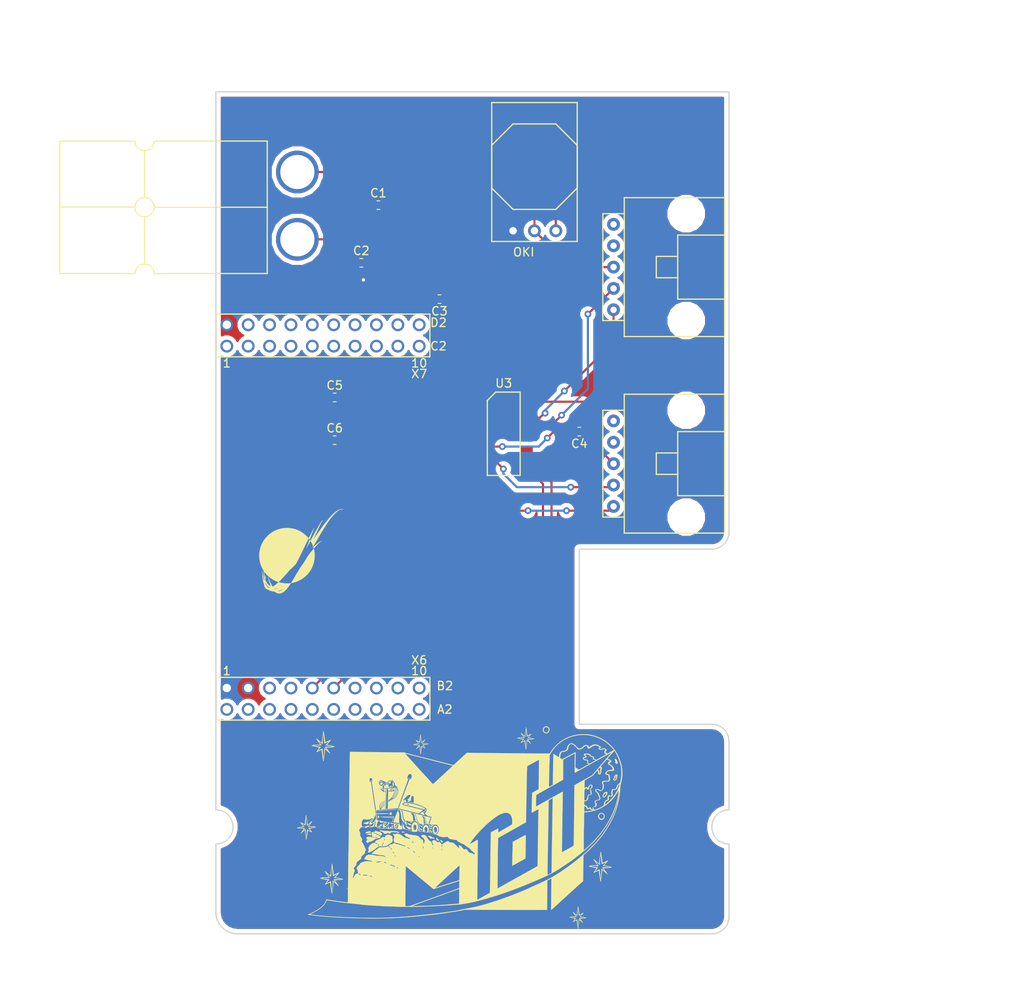
<source format=kicad_pcb>
(kicad_pcb (version 20171130) (host pcbnew "(5.0.0)")
  (layers (0 F.Cu signal) (31 B.Cu signal) (34 B.Paste user) (35 F.Paste user) (36 B.SilkS user) (37 F.SilkS user) (38 B.Mask user) (39 F.Mask user) (44 Edge.Cuts user))
  (net 0 "")
  (net 1 "Net-(C1-Pad2)")
  (net 2 "Net-(C1-Pad1)")
  (net 3 "Net-(Conn2-Pad1)")
  (net 4 "Net-(Conn2-Pad2)")
  (net 5 "Net-(Conn2-Pad4)")
  (net 6 "Net-(Conn2-Pad5)")
  (net 7 "Net-(Conn3-Pad5)")
  (net 8 "Net-(Conn3-Pad4)")
  (net 9 "Net-(Conn3-Pad2)")
  (net 10 "Net-(Conn3-Pad1)")
  (net 11 "Net-(U1-Pad+3V3)")
  (net 12 /Serial4)
  (net 13 "Net-(U1-PadPA4)")
  (net 14 "Net-(U1-PadPK2)")
  (net 15 "Net-(U1-PadPK1)")
  (net 16 "Net-(C2-Pad1)")
  (net 17 "Net-(U1-PadGND)")
  (net 18 "Net-(U1-PadPB4)")
  (net 19 "Net-(U1-PadPB5)")
  (net 20 "Net-(U1-PadPK3)")
  (net 21 "Net-(U1-PadPA5)")
  (net 22 "Net-(C5-Pad1)")
  (net 23 "Net-(C3-Pad2)")
  (net 24 "Net-(C5-Pad2)")
  (net 25 "Net-(C6-Pad1)")
  (net 26 "Net-(C6-Pad2)")
  (net 27 "Net-(C4-Pad2)")
  (net 28 "Net-(U1-PadPC5)")
  (net 29 /Serial6)
  (module MRDT_ICs:SOIC_16_3.9x9.9mm_Pitch1.27mm (layer F.Cu) (at 157.64 82.55)
    (fp_text reference U3 (at 0 -6) (layer F.SilkS))
    (fp_text value MAX_3232)
    (pad 1 smd rect (at -2.7 -4.445) (size 1.5 0.6) (layers F.Cu F.Paste F.Mask) (net 22 "Net-(C5-Pad1)"))
    (pad 2 smd rect (at -2.7 -3.175) (size 1.5 0.6) (layers F.Cu F.Paste F.Mask) (net 23 "Net-(C3-Pad2)"))
    (pad 3 smd rect (at -2.7 -1.905) (size 1.5 0.6) (layers F.Cu F.Paste F.Mask) (net 24 "Net-(C5-Pad2)"))
    (pad 4 smd rect (at -2.7 -0.635) (size 1.5 0.6) (layers F.Cu F.Paste F.Mask) (net 25 "Net-(C6-Pad1)"))
    (pad 5 smd rect (at -2.7 0.635) (size 1.5 0.6) (layers F.Cu F.Paste F.Mask) (net 26 "Net-(C6-Pad2)"))
    (pad 6 smd rect (at -2.7 1.905) (size 1.5 0.6) (layers F.Cu F.Paste F.Mask) (net 27 "Net-(C4-Pad2)"))
    (pad 7 smd rect (at -2.7 3.175) (size 1.5 0.6) (layers F.Cu F.Paste F.Mask) (net 8 "Net-(Conn3-Pad4)"))
    (pad 8 smd rect (at -2.7 4.445) (size 1.5 0.6) (layers F.Cu F.Paste F.Mask) (net 7 "Net-(Conn3-Pad5)"))
    (pad 9 smd rect (at 2.7 4.445) (size 1.5 0.6) (layers F.Cu F.Paste F.Mask) (net 12 /Serial4))
    (pad 10 smd rect (at 2.7 3.175) (size 1.5 0.6) (layers F.Cu F.Paste F.Mask) (net 15 "Net-(U1-PadPK1)"))
    (pad 11 smd rect (at 2.7 1.905) (size 1.5 0.6) (layers F.Cu F.Paste F.Mask) (net 28 "Net-(U1-PadPC5)"))
    (pad 12 smd rect (at 2.7 0.635) (size 1.5 0.6) (layers F.Cu F.Paste F.Mask) (net 29 /Serial6))
    (pad 13 smd rect (at 2.7 -0.635) (size 1.5 0.6) (layers F.Cu F.Paste F.Mask) (net 5 "Net-(Conn2-Pad4)"))
    (pad 14 smd rect (at 2.7 -1.905) (size 1.5 0.6) (layers F.Cu F.Paste F.Mask) (net 6 "Net-(Conn2-Pad5)"))
    (pad 15 smd rect (at 2.7 -3.175) (size 1.5 0.6) (layers F.Cu F.Paste F.Mask) (net 1 "Net-(C1-Pad2)"))
    (pad 16 smd rect (at 2.7 -4.445) (size 1.5 0.6) (layers F.Cu F.Paste F.Mask) (net 16 "Net-(C2-Pad1)"))
  )
  (module MRDT_Connectors:MOLEX_SL_05_Horizontal (layer F.Cu) (at 170.688 86.106 270)
    (fp_text reference Conn3 hide)
    (fp_text value Molex_SL_05)
    (pad "" np_thru_hole circle (at 6.35 -8.636 270) (size 3.45 3.45) (drill 3.45) (layers *.Cu *.Mask))
    (pad "" np_thru_hole circle (at -6.35 -8.636 270) (size 3.45 3.45) (drill 3.45) (layers *.Cu *.Mask))
    (pad 5 thru_hole circle (at 5.08 0 270) (size 1.524 1.524) (drill 0.762) (layers *.Cu *.Mask) (net 7 "Net-(Conn3-Pad5)"))
    (pad 4 thru_hole circle (at 2.54 0 270) (size 1.524 1.524) (drill 0.762) (layers *.Cu *.Mask) (net 8 "Net-(Conn3-Pad4)"))
    (pad 3 thru_hole circle (at 0 0 270) (size 1.524 1.524) (drill 0.762) (layers *.Cu *.Mask) (net 1 "Net-(C1-Pad2)"))
    (pad 2 thru_hole circle (at -2.54 0 270) (size 1.524 1.524) (drill 0.762) (layers *.Cu *.Mask) (net 9 "Net-(Conn3-Pad2)"))
    (pad 1 thru_hole circle (at -5.08 0 270) (size 1.524 1.524) (drill 0.762) (layers *.Cu *.Mask) (net 10 "Net-(Conn3-Pad1)"))
  )
  (module Capacitor_SMD:C_0603_1608Metric_Pad1.05x0.95mm_HandSolder (layer F.Cu) (at 137.555 78.232)
    (fp_text reference C5 (at 0 -1.43) (layer F.SilkS))
    (fp_text value .1uF)
    (pad 1 smd roundrect (at -0.875 0) (size 1.05 0.95) (layers F.Cu F.Paste F.Mask) (net 22 "Net-(C5-Pad1)"))
    (pad 2 smd roundrect (at 0.875 0) (size 1.05 0.95) (layers F.Cu F.Paste F.Mask) (net 24 "Net-(C5-Pad2)"))
  )
  (module MRDT_Connectors:MOLEX_SL_05_Horizontal (layer F.Cu) (at 170.688 62.738 270)
    (fp_text reference Conn2 hide)
    (fp_text value Molex_SL_05)
    (pad 1 thru_hole circle (at -5.08 0 270) (size 1.524 1.524) (drill 0.762) (layers *.Cu *.Mask) (net 3 "Net-(Conn2-Pad1)"))
    (pad 2 thru_hole circle (at -2.54 0 270) (size 1.524 1.524) (drill 0.762) (layers *.Cu *.Mask) (net 4 "Net-(Conn2-Pad2)"))
    (pad 3 thru_hole circle (at 0 0 270) (size 1.524 1.524) (drill 0.762) (layers *.Cu *.Mask) (net 1 "Net-(C1-Pad2)"))
    (pad 4 thru_hole circle (at 2.54 0 270) (size 1.524 1.524) (drill 0.762) (layers *.Cu *.Mask) (net 5 "Net-(Conn2-Pad4)"))
    (pad 5 thru_hole circle (at 5.08 0 270) (size 1.524 1.524) (drill 0.762) (layers *.Cu *.Mask) (net 6 "Net-(Conn2-Pad5)"))
    (pad "" np_thru_hole circle (at -6.35 -8.636 270) (size 3.45 3.45) (drill 3.45) (layers *.Cu *.Mask))
    (pad "" np_thru_hole circle (at 6.35 -8.636 270) (size 3.45 3.45) (drill 3.45) (layers *.Cu *.Mask))
  )
  (module MRDT_Connectors:Anderson_2_Horisontal_Side_by_Side (layer F.Cu) (at 129.54 63.5)
    (fp_text reference Conn1 hide)
    (fp_text value AndersonPP)
    (pad 1 thru_hole circle (at 3.5814 -4.063) (size 5.08 5.08) (drill 4.06) (layers *.Cu *.Mask F.Paste) (net 1 "Net-(C1-Pad2)"))
    (pad 2 thru_hole circle (at 3.5814 -12.064) (size 5.08 5.08) (drill 4.06) (layers *.Cu *.Mask F.Paste) (net 2 "Net-(C1-Pad1)"))
  )
  (module MRDT_Shields:TM4C129E_Launchpad_X7 (layer F.Cu) (at 123.469001 116.585001)
    (fp_text reference U1 hide)
    (fp_text value TM4C129E_Launchpad hide)
    (fp_text user 1 (at 1.27 -42.418 180) (layer F.SilkS))
    (fp_text user 10 (at 24.13 -42.418 180) (layer F.SilkS))
    (fp_text user 10 (at 24.13 -5.842 180) (layer F.SilkS))
    (fp_text user 1 (at 1.27 -5.842 180) (layer F.SilkS))
    (fp_text user X7 (at 24.13 -41.148 180) (layer F.SilkS))
    (fp_text user X6 (at 24.13 -7.112) (layer F.SilkS))
    (fp_text user C2 (at 26.416 -44.45 180) (layer F.SilkS))
    (fp_text user D2 (at 26.416 -47.244) (layer F.SilkS))
    (fp_text user B2 (at 27.178 -4.064 180) (layer F.SilkS))
    (fp_text user A2 (at 27.178 -1.27 180) (layer F.SilkS))
    (pad +3V3 thru_hole circle (at 1.27 -1.27 180) (size 1.52 1.52) (drill 1) (layers *.Cu *.Mask F.Paste) (net 11 "Net-(U1-Pad+3V3)"))
    (pad PM6 thru_hole circle (at 24.13 -46.99 180) (size 1.52 1.52) (drill 1) (layers *.Cu *.Mask F.Paste))
    (pad PQ1 thru_hole circle (at 21.59 -46.99 180) (size 1.52 1.52) (drill 1) (layers *.Cu *.Mask F.Paste))
    (pad PQ2 thru_hole circle (at 13.97 -46.99 180) (size 1.52 1.52) (drill 1) (layers *.Cu *.Mask F.Paste))
    (pad PK0 thru_hole circle (at 11.43 -3.81 180) (size 1.52 1.52) (drill 1) (layers *.Cu *.Mask F.Paste) (net 12 /Serial4))
    (pad PQ3 thru_hole circle (at 16.51 -46.99 180) (size 1.52 1.52) (drill 1) (layers *.Cu *.Mask F.Paste))
    (pad PP3 thru_hole circle (at 19.05 -46.99 180) (size 1.52 1.52) (drill 1) (layers *.Cu *.Mask F.Paste))
    (pad PQ0 thru_hole circle (at 16.51 -1.27 180) (size 1.52 1.52) (drill 1) (layers *.Cu *.Mask F.Paste))
    (pad PA4 thru_hole circle (at 21.59 -3.81 180) (size 1.52 1.52) (drill 1) (layers *.Cu *.Mask F.Paste) (net 13 "Net-(U1-PadPA4)"))
    (pad Rese thru_hole circle (at 11.43 -46.99 180) (size 1.52 1.52) (drill 1) (layers *.Cu *.Mask F.Paste))
    (pad PA7 thru_hole circle (at 8.89 -46.99 180) (size 1.52 1.52) (drill 1) (layers *.Cu *.Mask F.Paste))
    (pad PN5 thru_hole circle (at 21.59 -1.27 180) (size 1.52 1.52) (drill 1) (layers *.Cu *.Mask F.Paste))
    (pad PK2 thru_hole circle (at 16.51 -3.81 180) (size 1.52 1.52) (drill 1) (layers *.Cu *.Mask F.Paste) (net 14 "Net-(U1-PadPK2)"))
    (pad PK1 thru_hole circle (at 13.97 -3.81 180) (size 1.52 1.52) (drill 1) (layers *.Cu *.Mask F.Paste) (net 15 "Net-(U1-PadPK1)"))
    (pad +5V thru_hole circle (at 1.27 -3.81 180) (size 1.52 1.52) (drill 1) (layers *.Cu *.Mask F.Paste) (net 16 "Net-(C2-Pad1)"))
    (pad GND thru_hole circle (at 3.81 -3.81 180) (size 1.52 1.52) (drill 1) (layers *.Cu *.Mask F.Paste) (net 17 "Net-(U1-PadGND)"))
    (pad PB4 thru_hole circle (at 6.35 -3.81 180) (size 1.52 1.52) (drill 1) (layers *.Cu *.Mask F.Paste) (net 18 "Net-(U1-PadPB4)"))
    (pad PB5 thru_hole circle (at 8.89 -3.81 180) (size 1.52 1.52) (drill 1) (layers *.Cu *.Mask F.Paste) (net 19 "Net-(U1-PadPB5)"))
    (pad PK3 thru_hole circle (at 19.05 -3.81 180) (size 1.52 1.52) (drill 1) (layers *.Cu *.Mask F.Paste) (net 20 "Net-(U1-PadPK3)"))
    (pad PA5 thru_hole circle (at 24.13 -3.81 180) (size 1.52 1.52) (drill 1) (layers *.Cu *.Mask F.Paste) (net 21 "Net-(U1-PadPA5)"))
    (pad PD2 thru_hole circle (at 3.81 -1.27 180) (size 1.52 1.52) (drill 1) (layers *.Cu *.Mask F.Paste))
    (pad PP0 thru_hole circle (at 6.35 -1.27 180) (size 1.52 1.52) (drill 1) (layers *.Cu *.Mask F.Paste))
    (pad PP1 thru_hole circle (at 8.89 -1.27 180) (size 1.52 1.52) (drill 1) (layers *.Cu *.Mask F.Paste))
    (pad PD4 thru_hole circle (at 11.43 -1.27 180) (size 1.52 1.52) (drill 1) (layers *.Cu *.Mask F.Paste))
    (pad PD5 thru_hole circle (at 13.97 -1.27 180) (size 1.52 1.52) (drill 1) (layers *.Cu *.Mask F.Paste))
    (pad PP4 thru_hole circle (at 19.05 -1.27 180) (size 1.52 1.52) (drill 1) (layers *.Cu *.Mask F.Paste))
    (pad PN4 thru_hole circle (at 24.13 -1.27 180) (size 1.52 1.52) (drill 1) (layers *.Cu *.Mask F.Paste))
    (pad PG1 thru_hole circle (at 1.27 -44.45 180) (size 1.52 1.52) (drill 1) (layers *.Cu *.Mask F.Paste))
    (pad PK4 thru_hole circle (at 3.81 -44.45 180) (size 1.52 1.52) (drill 1) (layers *.Cu *.Mask F.Paste))
    (pad PK5 thru_hole circle (at 6.35 -44.45 180) (size 1.52 1.52) (drill 1) (layers *.Cu *.Mask F.Paste))
    (pad PM0 thru_hole circle (at 8.89 -44.45 180) (size 1.52 1.52) (drill 1) (layers *.Cu *.Mask F.Paste))
    (pad PM1 thru_hole circle (at 11.43 -44.45 180) (size 1.52 1.52) (drill 1) (layers *.Cu *.Mask F.Paste))
    (pad PM2 thru_hole circle (at 13.97 -44.45 180) (size 1.52 1.52) (drill 1) (layers *.Cu *.Mask F.Paste))
    (pad PH0 thru_hole circle (at 16.51 -44.45 180) (size 1.52 1.52) (drill 1) (layers *.Cu *.Mask F.Paste))
    (pad PH1 thru_hole circle (at 19.05 -44.45 180) (size 1.52 1.52) (drill 1) (layers *.Cu *.Mask F.Paste))
    (pad PK6 thru_hole circle (at 21.59 -44.45 180) (size 1.52 1.52) (drill 1) (layers *.Cu *.Mask F.Paste))
    (pad PK7 thru_hole circle (at 24.13 -44.45 180) (size 1.52 1.52) (drill 1) (layers *.Cu *.Mask F.Paste))
    (pad GND thru_hole circle (at 1.27 -46.99 180) (size 1.52 1.52) (drill 1) (layers *.Cu *.Mask F.Paste) (net 17 "Net-(U1-PadGND)"))
    (pad PM7 thru_hole circle (at 3.81 -46.99 180) (size 1.52 1.52) (drill 1) (layers *.Cu *.Mask F.Paste))
    (pad PP5 thru_hole circle (at 6.35 -46.99 180) (size 1.52 1.52) (drill 1) (layers *.Cu *.Mask F.Paste))
  )
  (module MRDT_Devices:OKI_Horizontal (layer F.Cu) (at 166.37 59.69 180)
    (fp_text reference U2 hide)
    (fp_text value OKI (at 6.35 -1.27 180) (layer F.SilkS))
    (pad 1 thru_hole circle (at 2.54 1.27 180) (size 1.524 1.524) (drill 0.889) (layers *.Cu *.Mask) (net 2 "Net-(C1-Pad1)"))
    (pad 2 thru_hole circle (at 5.08 1.27 180) (size 1.524 1.524) (drill 0.889) (layers *.Cu *.Mask) (net 1 "Net-(C1-Pad2)"))
    (pad 3 thru_hole circle (at 7.62 1.27 180) (size 1.524 1.524) (drill 0.889) (layers *.Cu *.Mask) (net 16 "Net-(C2-Pad1)"))
  )
  (module Capacitor_SMD:C_0603_1608Metric_Pad1.05x0.95mm_HandSolder (layer F.Cu) (at 142.748 55.372)
    (fp_text reference C1 (at 0 -1.43) (layer F.SilkS))
    (fp_text value 1.0uF)
    (pad 1 smd roundrect (at -0.875 0) (size 1.05 0.95) (layers F.Cu F.Paste F.Mask) (net 2 "Net-(C1-Pad1)"))
    (pad 2 smd roundrect (at 0.875 0) (size 1.05 0.95) (layers F.Cu F.Paste F.Mask) (net 1 "Net-(C1-Pad2)"))
  )
  (module Capacitor_SMD:C_0603_1608Metric_Pad1.05x0.95mm_HandSolder (layer F.Cu) (at 140.716 62.23)
    (fp_text reference C2 (at 0 -1.43) (layer F.SilkS))
    (fp_text value 1.0uF)
    (pad 2 smd roundrect (at 0.875 0) (size 1.05 0.95) (layers F.Cu F.Paste F.Mask) (net 1 "Net-(C1-Pad2)"))
    (pad 1 smd roundrect (at -0.875 0) (size 1.05 0.95) (layers F.Cu F.Paste F.Mask) (net 16 "Net-(C2-Pad1)"))
  )
  (module Capacitor_SMD:C_0603_1608Metric_Pad1.05x0.95mm_HandSolder (layer F.Cu) (at 150.001 66.548 180)
    (fp_text reference C3 (at 0 -1.43 180) (layer F.SilkS))
    (fp_text value .1uF)
    (pad 2 smd roundrect (at 0.875 0 180) (size 1.05 0.95) (layers F.Cu F.Paste F.Mask) (net 23 "Net-(C3-Pad2)"))
    (pad 1 smd roundrect (at -0.875 0 180) (size 1.05 0.95) (layers F.Cu F.Paste F.Mask) (net 1 "Net-(C1-Pad2)"))
  )
  (module Capacitor_SMD:C_0603_1608Metric_Pad1.05x0.95mm_HandSolder (layer F.Cu) (at 166.624 82.296 180)
    (fp_text reference C4 (at 0 -1.43 180) (layer F.SilkS))
    (fp_text value .1uF)
    (pad 1 smd roundrect (at -0.875 0 180) (size 1.05 0.95) (layers F.Cu F.Paste F.Mask) (net 1 "Net-(C1-Pad2)"))
    (pad 2 smd roundrect (at 0.875 0 180) (size 1.05 0.95) (layers F.Cu F.Paste F.Mask) (net 27 "Net-(C4-Pad2)"))
  )
  (module Capacitor_SMD:C_0603_1608Metric_Pad1.05x0.95mm_HandSolder (layer F.Cu) (at 137.555 83.312)
    (fp_text reference C6 (at 0 -1.43) (layer F.SilkS))
    (fp_text value .1uF)
    (pad 2 smd roundrect (at 0.875 0) (size 1.05 0.95) (layers F.Cu F.Paste F.Mask) (net 26 "Net-(C6-Pad2)"))
    (pad 1 smd roundrect (at -0.875 0) (size 1.05 0.95) (layers F.Cu F.Paste F.Mask) (net 25 "Net-(C6-Pad1)"))
  )
  (module MRDT_Silkscreens:MRDT_Retro_Logo_40mmX25.3mm (layer F.Cu) (at 152.4 129.54)
    (fp_text reference G*** hide)
    (fp_text value LOGO hide)
  )
  (module MRDT_Silkscreens:MRDT_Logo_10mm (layer F.Cu) (at 133.604 96.52)
    (fp_text reference G*** hide)
    (fp_text value LOGO hide)
  )
  (gr_arc (start 182.372 119.126) (end 184.404 119.126) (angle -90) (layer Edge.Cuts) (width 0.15))
  (gr_line (start 182.372 117.094) (end 166.624 117.094) (layer Edge.Cuts) (width 0.15))
  (gr_line (start 184.404 127.254) (end 184.404 119.126) (layer Edge.Cuts) (width 0.15))
  (gr_arc (start 184.404 129.286) (end 184.404 127.254) (angle -180) (layer Edge.Cuts) (width 0.15))
  (gr_line (start 184.404 131.318) (end 184.404 139.954) (layer Edge.Cuts) (width 0.15))
  (gr_arc (start 182.372 139.954) (end 182.372 141.986) (angle -90) (layer Edge.Cuts) (width 0.15))
  (gr_line (start 125.984 141.986) (end 182.372 141.986) (layer Edge.Cuts) (width 0.15))
  (gr_arc (start 125.984 139.446) (end 123.444 139.446) (angle -90) (layer Edge.Cuts) (width 0.15))
  (gr_line (start 123.444 131.318) (end 123.444 139.446) (layer Edge.Cuts) (width 0.15))
  (gr_arc (start 123.444 129.286) (end 123.444 131.318) (angle -180) (layer Edge.Cuts) (width 0.15))
  (gr_line (start 123.444 41.91) (end 123.444 127.254) (layer Edge.Cuts) (width 0.15))
  (gr_line (start 123.444 41.91) (end 184.404 41.91) (layer Edge.Cuts) (width 0.15))
  (gr_line (start 184.404 94.234) (end 184.404 41.91) (layer Edge.Cuts) (width 0.15))
  (gr_arc (start 182.372 94.234) (end 182.372 96.266) (angle -90) (layer Edge.Cuts) (width 0.15))
  (gr_line (start 166.624 96.266) (end 182.372 96.266) (layer Edge.Cuts) (width 0.15))
  (gr_line (start 166.624 117.094) (end 166.624 96.266) (layer Edge.Cuts) (width 0.15))
  (segment (start 143.623 55.372) (end 159.512 55.372) (width 0.254) (layer F.Cu) (net 1))
  (segment (start 141.591 57.404) (end 143.623 55.372) (width 0.254) (layer F.Cu) (net 1))
  (segment (start 141.591 62.23) (end 141.591 57.404) (width 0.254) (layer F.Cu) (net 1))
  (segment (start 150.876 62.484) (end 150.876 66.548) (width 0.254) (layer F.Cu) (net 1))
  (segment (start 141.591 62.23) (end 150.622 62.23) (width 0.254) (layer F.Cu) (net 1))
  (segment (start 150.622 62.23) (end 150.876 62.484) (width 0.254) (layer F.Cu) (net 1))
  (segment (start 159.73 79.375) (end 160.18 79.375) (width 0.25) (layer F.Cu) (net 1))
  (segment (start 156.66001 76.30501) (end 159.73 79.375) (width 0.254) (layer F.Cu) (net 1))
  (segment (start 156.66001 66.60599) (end 156.66001 76.30501) (width 0.254) (layer F.Cu) (net 1))
  (segment (start 166.878 62.738) (end 170.688 62.738) (width 0.254) (layer F.Cu) (net 1))
  (segment (start 161.29 57.15) (end 159.512 55.372) (width 0.254) (layer F.Cu) (net 1))
  (segment (start 161.29 58.42) (end 161.29 57.15) (width 0.25) (layer F.Cu) (net 1))
  (segment (start 165.608 62.738) (end 166.878 62.738) (width 0.254) (layer F.Cu) (net 1))
  (segment (start 161.29 58.42) (end 165.608 62.738) (width 0.254) (layer F.Cu) (net 1))
  (segment (start 159.89 79.375) (end 160.34 79.375) (width 0.254) (layer F.Cu) (net 1))
  (segment (start 137.937 51.436) (end 141.873 55.372) (width 0.254) (layer F.Cu) (net 2))
  (segment (start 133.1214 51.436) (end 137.937 51.436) (width 0.254) (layer F.Cu) (net 2))
  (segment (start 143.143 54.102) (end 141.873 55.372) (width 0.254) (layer F.Cu) (net 2))
  (segment (start 160.782 54.102) (end 143.143 54.102) (width 0.254) (layer F.Cu) (net 2))
  (segment (start 163.83 58.42) (end 163.83 57.15) (width 0.254) (layer F.Cu) (net 2))
  (segment (start 163.83 57.15) (end 160.782 54.102) (width 0.254) (layer F.Cu) (net 2))
  (segment (start 171.196 64.77) (end 170.688 65.278) (width 0.25) (layer B.Cu) (net 5))
  (segment (start 160.18 81.915) (end 160.63 81.915) (width 0.25) (layer F.Cu) (net 5))
  (segment (start 160.34 81.915) (end 162.941 81.915) (width 0.254) (layer F.Cu) (net 5))
  (via (at 164.516847 80.339153) (size 0.8) (drill 0.4) (layers F.Cu B.Cu) (net 5))
  (segment (start 162.941 81.915) (end 164.516847 80.339153) (width 0.254) (layer F.Cu) (net 5))
  (via (at 167.64 68.326) (size 0.8) (drill 0.4) (layers F.Cu B.Cu) (net 5))
  (segment (start 164.516847 80.339153) (end 167.64 77.216) (width 0.254) (layer B.Cu) (net 5))
  (segment (start 167.64 77.216) (end 167.64 68.326) (width 0.254) (layer B.Cu) (net 5))
  (segment (start 168.039999 67.926001) (end 170.688 65.278) (width 0.254) (layer F.Cu) (net 5))
  (segment (start 167.64 68.326) (end 168.039999 67.926001) (width 0.254) (layer F.Cu) (net 5))
  (segment (start 160.63 80.645) (end 160.18 80.645) (width 0.25) (layer F.Cu) (net 6))
  (segment (start 170.688 67.818) (end 170.942 67.818) (width 0.25) (layer F.Cu) (net 6))
  (segment (start 160.18 80.645) (end 161.18 80.645) (width 0.25) (layer F.Cu) (net 6))
  (segment (start 161.18 80.645) (end 161.925 80.645) (width 0.254) (layer F.Cu) (net 6))
  (via (at 162.56 80.102) (size 0.8) (drill 0.4) (layers F.Cu B.Cu) (net 6))
  (segment (start 161.925 80.645) (end 162.468 80.102) (width 0.254) (layer F.Cu) (net 6))
  (segment (start 162.468 80.102) (end 162.56 80.102) (width 0.254) (layer F.Cu) (net 6))
  (via (at 164.846 77.47) (size 0.8) (drill 0.4) (layers F.Cu B.Cu) (net 6))
  (segment (start 170.688 71.628) (end 170.688 67.818) (width 0.254) (layer F.Cu) (net 6))
  (segment (start 154.94 86.995) (end 154.94 87.549) (width 0.254) (layer F.Cu) (net 7))
  (segment (start 170.434 90.932) (end 170.688 91.186) (width 0.254) (layer F.Cu) (net 7))
  (segment (start 154.94 87.549) (end 154.94 88.646) (width 0.254) (layer F.Cu) (net 7))
  (via (at 160.528 91.694) (size 0.8) (drill 0.4) (layers F.Cu B.Cu) (net 7))
  (segment (start 154.94 88.646) (end 157.988 91.694) (width 0.254) (layer F.Cu) (net 7))
  (segment (start 157.988 91.694) (end 160.528 91.694) (width 0.254) (layer F.Cu) (net 7))
  (via (at 165.1 91.694) (size 0.8) (drill 0.4) (layers F.Cu B.Cu) (net 7))
  (segment (start 160.528 91.694) (end 165.1 91.694) (width 0.254) (layer B.Cu) (net 7))
  (segment (start 170.18 91.694) (end 170.688 91.186) (width 0.254) (layer F.Cu) (net 7))
  (segment (start 165.1 91.694) (end 170.18 91.694) (width 0.254) (layer F.Cu) (net 7))
  (segment (start 155.39 85.725) (end 154.94 85.725) (width 0.25) (layer F.Cu) (net 8))
  (via (at 157.600933 86.734933) (size 0.8) (drill 0.4) (layers F.Cu B.Cu) (net 8))
  (segment (start 157.480264 86.855602) (end 157.600933 86.734933) (width 0.254) (layer F.Cu) (net 8))
  (segment (start 157.600933 87.300618) (end 159.200315 88.9) (width 0.254) (layer B.Cu) (net 8))
  (segment (start 157.600933 86.734933) (end 157.600933 87.300618) (width 0.254) (layer B.Cu) (net 8))
  (via (at 165.608 88.9) (size 0.8) (drill 0.4) (layers F.Cu B.Cu) (net 8))
  (via (at 170.688 88.646) (size 0.8) (drill 0.4) (layers F.Cu B.Cu) (net 8))
  (segment (start 165.608 88.9) (end 170.434 88.9) (width 0.254) (layer F.Cu) (net 8))
  (segment (start 170.434 88.9) (end 170.688 88.646) (width 0.254) (layer F.Cu) (net 8))
  (segment (start 159.200315 88.9) (end 165.608 88.9) (width 0.254) (layer B.Cu) (net 8))
  (segment (start 156.591 85.725) (end 157.600933 86.734933) (width 0.254) (layer F.Cu) (net 8))
  (segment (start 154.94 85.725) (end 156.591 85.725) (width 0.254) (layer F.Cu) (net 8))
  (segment (start 134.949999 112.775001) (end 134.899001 112.775001) (width 0.25) (layer F.Cu) (net 12))
  (segment (start 160.79 86.995) (end 162.306 88.511) (width 0.254) (layer F.Cu) (net 12))
  (segment (start 160.34 86.995) (end 160.79 86.995) (width 0.254) (layer F.Cu) (net 12))
  (segment (start 162.306 88.511) (end 162.306 106.934) (width 0.254) (layer F.Cu) (net 12))
  (segment (start 162.306 106.934) (end 159.004 110.236) (width 0.254) (layer F.Cu) (net 12))
  (segment (start 137.438002 110.236) (end 134.899001 112.775001) (width 0.254) (layer F.Cu) (net 12))
  (segment (start 159.004 110.236) (end 137.438002 110.236) (width 0.254) (layer F.Cu) (net 12))
  (segment (start 160.63 85.725) (end 160.18 85.725) (width 0.25) (layer F.Cu) (net 15))
  (segment (start 160.721 86.106) (end 160.34 85.725) (width 0.254) (layer F.Cu) (net 15))
  (segment (start 138.938 111.276002) (end 159.487998 111.276002) (width 0.254) (layer F.Cu) (net 15))
  (segment (start 137.439001 112.775001) (end 138.938 111.276002) (width 0.254) (layer F.Cu) (net 15))
  (segment (start 159.487998 111.276002) (end 163.322 107.442) (width 0.254) (layer F.Cu) (net 15))
  (segment (start 163.322 107.442) (end 163.322 88.338398) (width 0.254) (layer F.Cu) (net 15))
  (segment (start 163.322 88.338398) (end 161.089602 86.106) (width 0.254) (layer F.Cu) (net 15))
  (segment (start 161.089602 86.106) (end 160.721 86.106) (width 0.254) (layer F.Cu) (net 15))
  (via (at 124.739001 112.775001) (size 0.8) (drill 0.4) (layers F.Cu B.Cu) (net 16))
  (segment (start 158.800153 58.470153) (end 158.75 58.42) (width 0.25) (layer F.Cu) (net 16))
  (segment (start 125.824002 86.011998) (end 125.826002 86.009998) (width 0.254) (layer F.Cu) (net 17))
  (segment (start 156.60202 66.548) (end 150.876 66.548) (width 0.254) (layer F.Cu) (net 1))
  (segment (start 156.66001 66.60599) (end 156.60202 66.548) (width 0.254) (layer F.Cu) (net 1))
  (segment (start 161.344 79.375) (end 161.979 78.74) (width 0.254) (layer F.Cu) (net 1))
  (segment (start 160.34 79.375) (end 161.344 79.375) (width 0.254) (layer F.Cu) (net 1))
  (segment (start 161.979 78.74) (end 167.132 78.74) (width 0.254) (layer F.Cu) (net 1))
  (segment (start 167.499 79.107) (end 167.499 82.296) (width 0.254) (layer F.Cu) (net 1))
  (segment (start 167.132 78.74) (end 167.499 79.107) (width 0.254) (layer F.Cu) (net 1))
  (segment (start 139.558 59.437) (end 141.591 57.404) (width 0.254) (layer F.Cu) (net 1))
  (segment (start 133.1214 59.437) (end 139.558 59.437) (width 0.254) (layer F.Cu) (net 1))
  (segment (start 167.499 82.917) (end 170.688 86.106) (width 0.254) (layer F.Cu) (net 1))
  (segment (start 167.499 82.296) (end 167.499 82.917) (width 0.254) (layer F.Cu) (net 1))
  (segment (start 162.56 79.756) (end 164.084 78.232) (width 0.254) (layer B.Cu) (net 6))
  (segment (start 162.56 80.102) (end 162.56 79.756) (width 0.254) (layer B.Cu) (net 6))
  (segment (start 164.084 78.232) (end 164.846 77.47) (width 0.254) (layer B.Cu) (net 6))
  (segment (start 170.688 71.628) (end 164.846 77.47) (width 0.254) (layer F.Cu) (net 6))
  (segment (start 160.34 60.01) (end 158.75 58.42) (width 0.254) (layer F.Cu) (net 16))
  (segment (start 160.34 78.105) (end 160.34 60.01) (width 0.254) (layer F.Cu) (net 16))
  (via (at 140.97 64.262) (size 0.8) (drill 0.4) (layers F.Cu B.Cu) (net 16))
  (segment (start 139.841 62.23) (end 139.841 63.133) (width 0.254) (layer F.Cu) (net 16))
  (segment (start 139.841 63.133) (end 140.97 64.262) (width 0.254) (layer F.Cu) (net 16))
  (segment (start 146.812 58.42) (end 158.75 58.42) (width 0.254) (layer B.Cu) (net 16))
  (segment (start 140.97 64.262) (end 146.812 58.42) (width 0.254) (layer B.Cu) (net 16))
  (segment (start 153.936 78.105) (end 152.285 76.454) (width 0.254) (layer F.Cu) (net 22))
  (segment (start 154.94 78.105) (end 153.936 78.105) (width 0.254) (layer F.Cu) (net 22))
  (segment (start 152.285 76.454) (end 137.922 76.454) (width 0.254) (layer F.Cu) (net 22))
  (segment (start 137.922 76.99) (end 136.68 78.232) (width 0.254) (layer F.Cu) (net 22))
  (segment (start 137.922 76.454) (end 137.922 76.99) (width 0.254) (layer F.Cu) (net 22))
  (segment (start 150.904 68.326) (end 149.126 66.548) (width 0.254) (layer F.Cu) (net 23))
  (segment (start 155.702 68.326) (end 150.904 68.326) (width 0.254) (layer F.Cu) (net 23))
  (segment (start 155.944 79.375) (end 156.071 79.248) (width 0.254) (layer F.Cu) (net 23))
  (segment (start 154.94 79.375) (end 155.944 79.375) (width 0.254) (layer F.Cu) (net 23))
  (segment (start 156.071 79.248) (end 156.972 79.248) (width 0.254) (layer F.Cu) (net 23))
  (segment (start 156.972 79.248) (end 156.972 77.724) (width 0.254) (layer F.Cu) (net 23))
  (segment (start 156.972 77.724) (end 155.702 76.454) (width 0.254) (layer F.Cu) (net 23))
  (segment (start 155.702 76.454) (end 155.702 68.326) (width 0.254) (layer F.Cu) (net 23))
  (segment (start 154.78 80.645) (end 154.33 80.645) (width 0.25) (layer F.Cu) (net 24))
  (segment (start 153.936 80.645) (end 154.94 80.645) (width 0.254) (layer F.Cu) (net 24))
  (segment (start 141.468 80.645) (end 153.936 80.645) (width 0.254) (layer F.Cu) (net 24))
  (segment (start 139.055 78.232) (end 141.468 80.645) (width 0.254) (layer F.Cu) (net 24))
  (segment (start 138.43 78.232) (end 139.055 78.232) (width 0.254) (layer F.Cu) (net 24))
  (segment (start 138.077 81.915) (end 154.78 81.915) (width 0.254) (layer F.Cu) (net 25))
  (segment (start 136.68 83.312) (end 138.077 81.915) (width 0.254) (layer F.Cu) (net 25))
  (segment (start 154.653 83.312) (end 154.78 83.185) (width 0.25) (layer F.Cu) (net 26))
  (segment (start 138.43 83.312) (end 154.653 83.312) (width 0.254) (layer F.Cu) (net 26))
  (segment (start 155.23 84.455) (end 155.611 84.074) (width 0.254) (layer F.Cu) (net 27))
  (segment (start 154.78 84.455) (end 155.23 84.455) (width 0.25) (layer F.Cu) (net 27))
  (via (at 157.48 84.074) (size 0.8) (drill 0.4) (layers F.Cu B.Cu) (net 27))
  (segment (start 155.611 84.074) (end 157.48 84.074) (width 0.254) (layer F.Cu) (net 27))
  (via (at 162.814 83.058) (size 0.8) (drill 0.4) (layers F.Cu B.Cu) (net 27))
  (segment (start 157.48 84.074) (end 161.798 84.074) (width 0.254) (layer B.Cu) (net 27))
  (segment (start 161.798 84.074) (end 162.814 83.058) (width 0.254) (layer B.Cu) (net 27))
  (segment (start 163.576 82.296) (end 165.749 82.296) (width 0.254) (layer F.Cu) (net 27))
  (segment (start 162.814 83.058) (end 163.576 82.296) (width 0.254) (layer F.Cu) (net 27))
  (zone (net 17) (net_name "Net-(U1-PadGND)") (layer F.Cu) (connect_pads yes (clearance 0.508)) (min_thickness 0.254) (fill yes (arc_segments 16) (thermal_gap 0.508) (thermal_bridge_width 0.508))
    (polygon (pts (xy 101.854 30.988) (xy 219.456 32.766) (xy 198.882 147.828) (xy 99.06 143.764)))
  )
  (zone (net 16) (net_name "Net-(C2-Pad1)") (layer B.Cu) (connect_pads yes (clearance 0.508)) (min_thickness 0.254) (fill yes (arc_segments 16) (thermal_gap 0.508) (thermal_bridge_width 0.508))
    (polygon (pts (xy 101.6 31.496) (xy 217.932 32.766) (xy 201.676 149.86) (xy 97.79 144.272) (xy 98.298 144.018)))
  )
)
</source>
